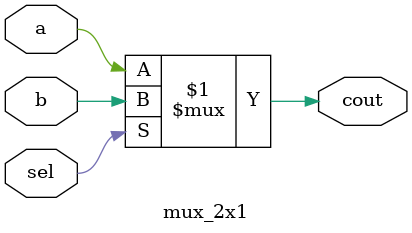
<source format=v>


module mux_2x1(input a,b,sel,output cout);
assign cout=sel?b:a;
endmodule

</source>
